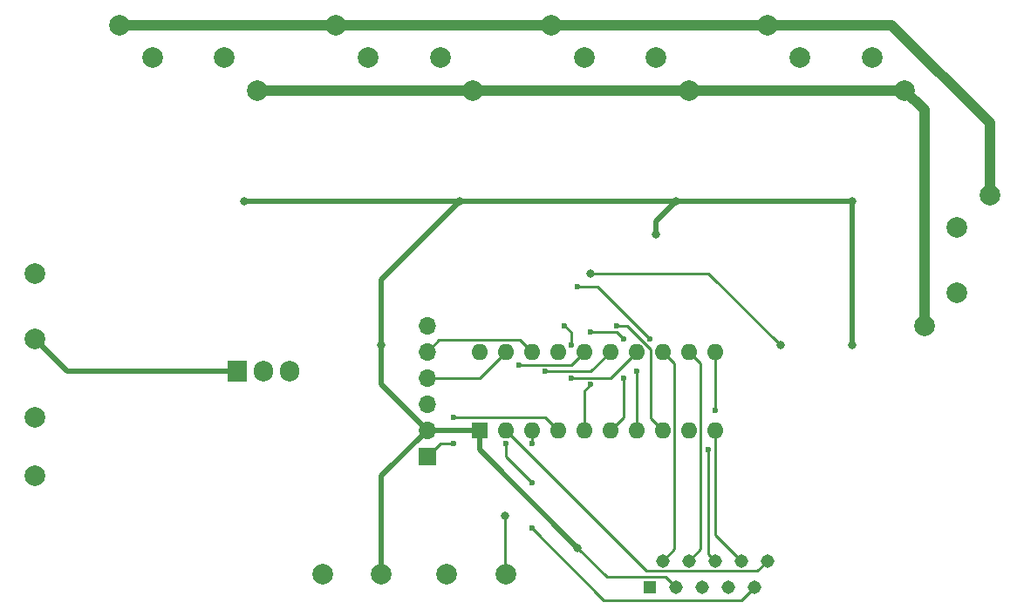
<source format=gbr>
G04 #@! TF.GenerationSoftware,KiCad,Pcbnew,(5.1.7-0-10_14)*
G04 #@! TF.CreationDate,2020-11-10T14:54:09+01:00*
G04 #@! TF.ProjectId,input-sel-v1,696e7075-742d-4736-956c-2d76312e6b69,rev?*
G04 #@! TF.SameCoordinates,Original*
G04 #@! TF.FileFunction,Copper,L2,Bot*
G04 #@! TF.FilePolarity,Positive*
%FSLAX46Y46*%
G04 Gerber Fmt 4.6, Leading zero omitted, Abs format (unit mm)*
G04 Created by KiCad (PCBNEW (5.1.7-0-10_14)) date 2020-11-10 14:54:09*
%MOMM*%
%LPD*%
G01*
G04 APERTURE LIST*
G04 #@! TA.AperFunction,ComponentPad*
%ADD10O,1.600000X1.600000*%
G04 #@! TD*
G04 #@! TA.AperFunction,ComponentPad*
%ADD11R,1.600000X1.600000*%
G04 #@! TD*
G04 #@! TA.AperFunction,ComponentPad*
%ADD12O,1.905000X2.000000*%
G04 #@! TD*
G04 #@! TA.AperFunction,ComponentPad*
%ADD13R,1.905000X2.000000*%
G04 #@! TD*
G04 #@! TA.AperFunction,ComponentPad*
%ADD14C,2.000000*%
G04 #@! TD*
G04 #@! TA.AperFunction,ComponentPad*
%ADD15O,1.700000X1.700000*%
G04 #@! TD*
G04 #@! TA.AperFunction,ComponentPad*
%ADD16R,1.700000X1.700000*%
G04 #@! TD*
G04 #@! TA.AperFunction,ComponentPad*
%ADD17C,1.308000*%
G04 #@! TD*
G04 #@! TA.AperFunction,ComponentPad*
%ADD18R,1.308000X1.308000*%
G04 #@! TD*
G04 #@! TA.AperFunction,ViaPad*
%ADD19C,0.800000*%
G04 #@! TD*
G04 #@! TA.AperFunction,ViaPad*
%ADD20C,0.600000*%
G04 #@! TD*
G04 #@! TA.AperFunction,Conductor*
%ADD21C,0.500000*%
G04 #@! TD*
G04 #@! TA.AperFunction,Conductor*
%ADD22C,0.250000*%
G04 #@! TD*
G04 #@! TA.AperFunction,Conductor*
%ADD23C,1.000000*%
G04 #@! TD*
G04 APERTURE END LIST*
D10*
X161925000Y-82550000D03*
X184785000Y-90170000D03*
X164465000Y-82550000D03*
X182245000Y-90170000D03*
X167005000Y-82550000D03*
X179705000Y-90170000D03*
X169545000Y-82550000D03*
X177165000Y-90170000D03*
X172085000Y-82550000D03*
X174625000Y-90170000D03*
X174625000Y-82550000D03*
X172085000Y-90170000D03*
X177165000Y-82550000D03*
X169545000Y-90170000D03*
X179705000Y-82550000D03*
X167005000Y-90170000D03*
X182245000Y-82550000D03*
X164465000Y-90170000D03*
X184785000Y-82550000D03*
D11*
X161925000Y-90170000D03*
D12*
X143510000Y-84455000D03*
X140970000Y-84455000D03*
D13*
X138430000Y-84455000D03*
D14*
X189865000Y-50800000D03*
X193040000Y-53975000D03*
X203200000Y-57150000D03*
X200025000Y-53975000D03*
X168910000Y-50800000D03*
X172085000Y-53975000D03*
X182245000Y-57150000D03*
X179070000Y-53975000D03*
X147955000Y-50800000D03*
X151130000Y-53975000D03*
X161290000Y-57150000D03*
X158115000Y-53975000D03*
X127000000Y-50800000D03*
X130175000Y-53975000D03*
X140335000Y-57150000D03*
X137160000Y-53975000D03*
X211455000Y-67310000D03*
X208280000Y-70485000D03*
X205105000Y-80010000D03*
X208280000Y-76835000D03*
D15*
X156845000Y-80010000D03*
X156845000Y-82550000D03*
X156845000Y-85090000D03*
X156845000Y-87630000D03*
X156845000Y-90170000D03*
D16*
X156845000Y-92710000D03*
D17*
X189865000Y-102870000D03*
X188595000Y-105410000D03*
X187325000Y-102870000D03*
X186055000Y-105410000D03*
X184785000Y-102870000D03*
X183515000Y-105410000D03*
X182245000Y-102870000D03*
X180975000Y-105410000D03*
X179705000Y-102870000D03*
D18*
X178435000Y-105410000D03*
D14*
X118745000Y-88900000D03*
X118745000Y-94615000D03*
X118745000Y-74930000D03*
X118745000Y-81280000D03*
X146685000Y-104140000D03*
X152400000Y-104140000D03*
X158750000Y-104140000D03*
X164465000Y-104140000D03*
D19*
X198120000Y-81915000D03*
X198120000Y-67945000D03*
X180975000Y-67945000D03*
X160020000Y-67945000D03*
X139065000Y-67945000D03*
X179070000Y-71120000D03*
X152400000Y-81915000D03*
X171450000Y-101600000D03*
X164370000Y-98520000D03*
D20*
X167005000Y-99695000D03*
X184150000Y-92075000D03*
X184785000Y-88265000D03*
X159385000Y-88900000D03*
X159385000Y-91440000D03*
D19*
X172720000Y-74930000D03*
X191135000Y-81915000D03*
D20*
X167005000Y-91440000D03*
X164465000Y-91470003D03*
X167005000Y-95250000D03*
X175260000Y-80010000D03*
X171450000Y-76200000D03*
X178439443Y-81275557D03*
X177165000Y-84455000D03*
X165735000Y-83820000D03*
X172720000Y-80645000D03*
X175895000Y-81280000D03*
X175895000Y-85090000D03*
X168275000Y-84455000D03*
X172720000Y-85725000D03*
X170815000Y-85090000D03*
X170815000Y-81915000D03*
X170180000Y-80010000D03*
D21*
X121920000Y-84455000D02*
X118745000Y-81280000D01*
X138430000Y-84455000D02*
X121920000Y-84455000D01*
X198120000Y-81915000D02*
X198120000Y-67945000D01*
X198120000Y-67945000D02*
X180975000Y-67945000D01*
X180975000Y-67945000D02*
X160020000Y-67945000D01*
X160020000Y-67945000D02*
X139065000Y-67945000D01*
X179070000Y-69850000D02*
X180975000Y-67945000D01*
X179070000Y-71120000D02*
X179070000Y-69850000D01*
X152400000Y-85725000D02*
X152400000Y-81915000D01*
X156845000Y-90170000D02*
X152400000Y-85725000D01*
X152400000Y-75565000D02*
X160020000Y-67945000D01*
X152400000Y-81915000D02*
X152400000Y-75565000D01*
X152400000Y-94615000D02*
X152400000Y-104140000D01*
X156845000Y-90170000D02*
X152400000Y-94615000D01*
X156845000Y-90170000D02*
X161925000Y-90170000D01*
X161925000Y-92075000D02*
X171450000Y-101600000D01*
X161925000Y-90170000D02*
X161925000Y-92075000D01*
D22*
X179995999Y-104430999D02*
X174280999Y-104430999D01*
X174280999Y-104430999D02*
X171450000Y-101600000D01*
X180975000Y-105410000D02*
X179995999Y-104430999D01*
X164370000Y-104045000D02*
X164465000Y-104140000D01*
X164370000Y-98520000D02*
X164370000Y-104045000D01*
X188595000Y-105410000D02*
X187325000Y-106680000D01*
X173990000Y-106680000D02*
X167005000Y-99695000D01*
X187325000Y-106680000D02*
X173990000Y-106680000D01*
X178144001Y-103849001D02*
X164465000Y-90170000D01*
X188885999Y-103849001D02*
X178144001Y-103849001D01*
X189865000Y-102870000D02*
X188885999Y-103849001D01*
X184785000Y-100330000D02*
X187325000Y-102870000D01*
X184785000Y-90170000D02*
X184785000Y-100330000D01*
X184150000Y-102235000D02*
X184150000Y-92075000D01*
X184785000Y-102870000D02*
X184150000Y-102235000D01*
X184785000Y-88265000D02*
X184785000Y-82550000D01*
X183370001Y-101744999D02*
X182245000Y-102870000D01*
X183370001Y-83675001D02*
X183370001Y-101744999D01*
X182245000Y-82550000D02*
X183370001Y-83675001D01*
X180830001Y-101744999D02*
X179705000Y-102870000D01*
X180830001Y-83675001D02*
X180830001Y-101744999D01*
X179705000Y-82550000D02*
X180830001Y-83675001D01*
X157970001Y-81424999D02*
X156845000Y-82550000D01*
X165879999Y-81424999D02*
X157970001Y-81424999D01*
X167005000Y-82550000D02*
X165879999Y-81424999D01*
X161925000Y-85090000D02*
X156845000Y-85090000D01*
X164465000Y-82550000D02*
X161925000Y-85090000D01*
X168275000Y-88900000D02*
X159385000Y-88900000D01*
X169545000Y-90170000D02*
X168275000Y-88900000D01*
X158115000Y-91440000D02*
X156845000Y-92710000D01*
X159385000Y-91440000D02*
X158115000Y-91440000D01*
D23*
X140335000Y-57150000D02*
X161290000Y-57150000D01*
X161290000Y-57150000D02*
X182880000Y-57150000D01*
X182880000Y-57150000D02*
X203200000Y-57150000D01*
X203200000Y-57150000D02*
X205105000Y-59055000D01*
X205105000Y-59055000D02*
X205105000Y-80010000D01*
X127000000Y-50800000D02*
X147955000Y-50800000D01*
X147955000Y-50800000D02*
X168910000Y-50800000D01*
X168910000Y-50800000D02*
X189865000Y-50800000D01*
X189865000Y-50800000D02*
X201930000Y-50800000D01*
X211455000Y-60325000D02*
X211455000Y-67310000D01*
X201930000Y-50800000D02*
X211455000Y-60325000D01*
D22*
X184150000Y-74930000D02*
X191135000Y-81915000D01*
X172720000Y-74930000D02*
X184150000Y-74930000D01*
X167005000Y-90170000D02*
X167005000Y-91440000D01*
X164465000Y-92710000D02*
X167005000Y-95250000D01*
X164465000Y-91470003D02*
X164465000Y-92710000D01*
X178579999Y-89044999D02*
X179705000Y-90170000D01*
X178579999Y-82299997D02*
X178579999Y-89044999D01*
X176290002Y-80010000D02*
X178579999Y-82299997D01*
X175260000Y-80010000D02*
X176290002Y-80010000D01*
X173363886Y-76200000D02*
X178439443Y-81275557D01*
X171450000Y-76200000D02*
X173363886Y-76200000D01*
X177165000Y-84455000D02*
X177165000Y-90170000D01*
X170815000Y-83820000D02*
X165735000Y-83820000D01*
X172085000Y-82550000D02*
X170815000Y-83820000D01*
X175260000Y-80645000D02*
X175895000Y-81280000D01*
X172720000Y-80645000D02*
X175260000Y-80645000D01*
X175895000Y-88900000D02*
X174625000Y-90170000D01*
X175895000Y-85090000D02*
X175895000Y-88900000D01*
X172720000Y-84455000D02*
X168275000Y-84455000D01*
X174625000Y-82550000D02*
X172720000Y-84455000D01*
X172085000Y-86360000D02*
X172720000Y-85725000D01*
X172085000Y-90170000D02*
X172085000Y-86360000D01*
X174625000Y-85090000D02*
X170815000Y-85090000D01*
X177165000Y-82550000D02*
X174625000Y-85090000D01*
X170815000Y-80645000D02*
X170180000Y-80010000D01*
X170815000Y-81915000D02*
X170815000Y-80645000D01*
M02*

</source>
